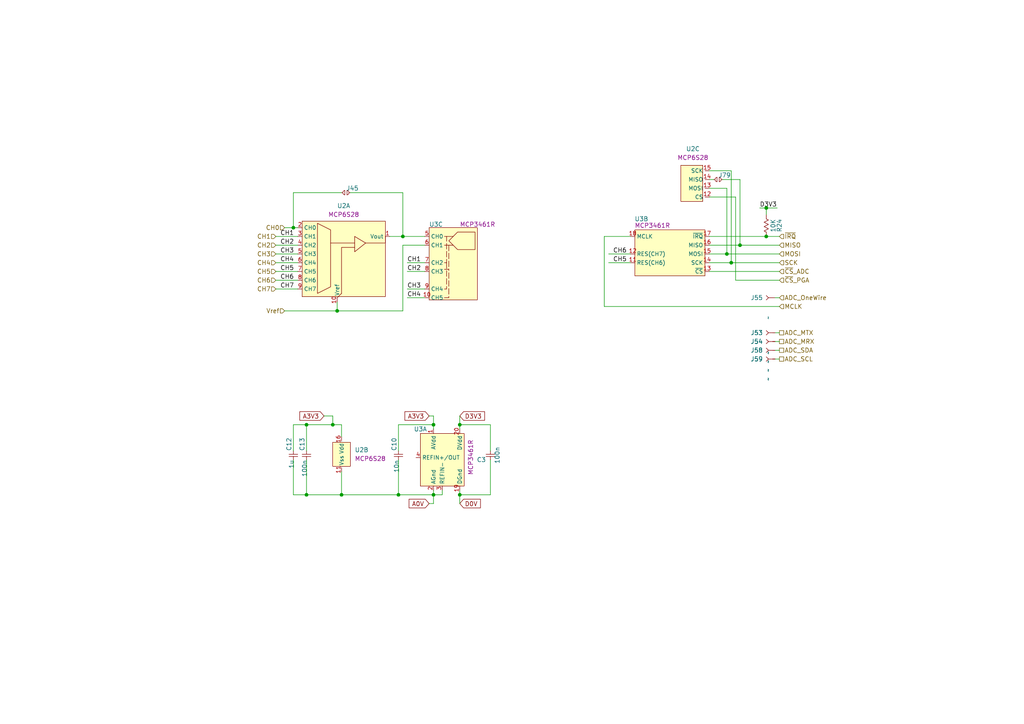
<source format=kicad_sch>
(kicad_sch (version 20231120) (generator "eeschema") (generator_version "8.0")
  (paper "A4")
  (lib_symbols
    (symbol "AADuffy:0603_Jumper_NO" (in_bom no)
      (property "Reference" "J" (at -1.27 0.9525 0))
      (symbol "0603_Jumper_NO_0_1"
        (arc (start -0.3175 0.635) (mid -0.8884 0) (end -0.3175 -0.635))
        (polyline (pts (xy -0.3175 -0.635) (xy -0.3175 0.635)))
        (polyline (pts (xy 0.3175 0.635) (xy 0.3175 -0.635)))
        (arc (start 0.3175 -0.635) (mid 0.8884 0) (end 0.3175 0.635))
      )
      (symbol "0603_Jumper_NO_1_1"
        (pin passive line (at -1.27 0 0) (length 0.3175) (name "1") (number "1"))
        (pin passive line (at 1.27 0 180) (length 0.3175) (name "2") (number "2"))
      )
    )
    (symbol "AADuffy:Cap_SMD"
      (property "Reference" "C" (at 0.635 0.9525 0))
      (symbol "Cap_SMD_1_1"
        (polyline (pts (xy -0.3175 1.27) (xy -0.3175 -1.27)))
        (polyline (pts (xy 0.3175 1.27) (xy 0.3175 -1.27)))
        (pin passive line (at -1.27 0 0) (length 0.9525) (name "1") (number "1"))
        (pin passive line (at 1.27 0 180) (length 0.9525) (name "2") (number "2"))
      )
    )
    (symbol "AADuffy:Header_Pin_01x01" (pin_names (offset 1.27))
      (property "Reference" "J" (at 0.635 2.54 0))
      (symbol "Header_Pin_01x01_0_1"
        (polyline (pts (xy 0 1.905) (xy 0.635 2.54)))
        (polyline (pts (xy 0 0.635) (xy 0 1.905) (xy -0.635 2.54)))
      )
      (symbol "Header_Pin_01x01_1_1"
        (pin passive line (at 0 0 90) (length 0.635) (name "1") (number "1"))
      )
    )
    (symbol "AADuffy:MCP3461R_Brkout"
      (property "Reference" "U" (at 6.985 5.715 0))
      (property "Manufacturer Part #" "MCP3461R" (at 6.985 3.81 0))
      (symbol "MCP3461R_Brkout_1_1"
        (rectangle (start -6.35 6.35) (end 6.35 -8.89) (fill (type background)))
        (pin passive line (at -2.54 7.62 270) (length 1.27) (name "AVdd") (number "1"))
        (pin passive line (at 5.08 -10.16 90) (length 1.27) (name "DGnd") (number "19"))
        (pin passive line (at -2.54 -10.16 90) (length 1.27) (name "AGnd") (number "2"))
        (pin passive line (at 5.08 7.62 270) (length 1.27) (name "DVdd") (number "20"))
        (pin passive line (at 0 -10.16 90) (length 1.27) (name "REFIN-") (number "3"))
        (pin passive line (at -7.62 -0.635 0) (length 1.27) (name "REFIN+/OUT") (number "4"))
      )
      (symbol "MCP3461R_Brkout_2_1"
        (rectangle (start -11.43 1.905) (end 8.89 -11.43) (fill (type background)))
        (pin passive line (at -12.7 -7.62 0) (length 1.27) (name "RES(CH6)") (number "11"))
        (pin passive line (at -12.7 -5.08 0) (length 1.27) (name "RES(CH7)") (number "12"))
        (pin passive line (at 10.16 -10.16 180) (length 1.27) (name "~{CS}") (number "13"))
        (pin passive line (at 10.16 -7.62 180) (length 1.27) (name "SCK") (number "14"))
        (pin passive line (at 10.16 -5.08 180) (length 1.27) (name "MOSI") (number "15"))
        (pin passive line (at 10.16 -2.54 180) (length 1.27) (name "MISO") (number "16"))
        (pin passive line (at 10.16 0 180) (length 1.27) (name "~{IRQ}") (number "17"))
        (pin passive line (at -12.7 0 0) (length 1.27) (name "MCLK") (number "18"))
      )
      (symbol "MCP3461R_Brkout_3_1"
        (rectangle (start -1.27 2.54) (end 12.7 -18.415) (fill (type background)))
        (polyline (pts (xy 3.175 -2.54) (xy 5.715 -2.54)))
        (polyline (pts (xy 3.175 0) (xy 5.715 0)))
        (polyline (pts (xy 3.175 -17.78) (xy 4.445 -17.78) (xy 4.445 -9.525)) (stroke (width 0) (type dash)))
        (polyline (pts (xy 3.175 -7.62) (xy 3.81 -7.62) (xy 3.81 0)) (stroke (width 0) (type dash)))
        (polyline (pts (xy 3.81 -7.62) (xy 3.81 -15.24) (xy 3.175 -15.24)) (stroke (width 0) (type dash)))
        (polyline (pts (xy 4.445 -2.54) (xy 4.445 -9.525) (xy 3.175 -9.525)) (stroke (width 0) (type dash)))
        (polyline (pts (xy 4.445 -1.27) (xy 6.985 1.27) (xy 12.065 1.27) (xy 12.065 -3.81) (xy 6.985 -3.81) (xy 4.445 -1.27)))
        (pin passive line (at -2.54 -17.78 0) (length 1.27) (name "CH5") (number "10"))
        (pin passive line (at -2.54 0 0) (length 1.27) (name "CH0") (number "5"))
        (pin passive line (at -2.54 -2.54 0) (length 1.27) (name "CH1") (number "6"))
        (pin passive line (at -2.54 -7.62 0) (length 1.27) (name "CH2") (number "7"))
        (pin passive line (at -2.54 -10.16 0) (length 1.27) (name "CH3") (number "8"))
        (pin passive line (at -2.54 -15.24 0) (length 1.27) (name "CH4") (number "9"))
      )
    )
    (symbol "AADuffy:MCP6S28-I/SL"
      (property "Reference" "U" (at -4.445 2.2225 0))
      (property "Manufacturer Part #" "MCP6S28" (at 1.5875 2.2225 0))
      (symbol "MCP6S28-I/SL_1_1"
        (rectangle (start -5.08 1.905) (end 19.05 -20.0025) (fill (type background)))
        (polyline (pts (xy 3.175 -4.445) (xy 10.16 -4.445)))
        (polyline (pts (xy 5.08 -20.32) (xy 6.35 -19.05)))
        (polyline (pts (xy 13.335 -4.445) (xy 19.05 -4.445) (xy 19.05 -2.54)))
        (polyline (pts (xy 10.16 -5.715) (xy 6.35 -5.715) (xy 6.35 -8.255) (xy 6.35 -19.05)))
        (polyline (pts (xy 10.16 -2.54) (xy 10.16 -6.985) (xy 13.335 -4.445) (xy 10.16 -2.54)))
        (polyline (pts (xy -0.635 1.27) (xy -0.635 -19.05) (xy 3.175 -17.145) (xy 3.175 -0.635) (xy -0.635 1.27)))
        (pin passive line (at 20.32 -2.54 180) (length 1.27) (name "Vout") (number "1"))
        (pin passive line (at 5.08 -21.59 90) (length 1.27) (name "Vref") (number "10"))
        (pin passive line (at -6.35 0 0) (length 1.27) (name "CH0") (number "2"))
        (pin passive line (at -6.35 -2.54 0) (length 1.27) (name "CH1") (number "3"))
        (pin passive line (at -6.35 -5.08 0) (length 1.27) (name "CH2") (number "4"))
        (pin passive line (at -6.35 -7.62 0) (length 1.27) (name "CH3") (number "5"))
        (pin passive line (at -6.35 -10.16 0) (length 1.27) (name "CH4") (number "6"))
        (pin passive line (at -6.35 -12.7 0) (length 1.27) (name "CH5") (number "7"))
        (pin passive line (at -6.35 -15.24 0) (length 1.27) (name "CH6") (number "8"))
        (pin passive line (at -6.35 -17.78 0) (length 1.27) (name "CH7") (number "9"))
      )
      (symbol "MCP6S28-I/SL_2_1"
        (rectangle (start -2.54 1.905) (end 2.54 -5.08) (fill (type background)))
        (pin passive line (at 0 -6.6675 90) (length 1.27) (name "Vss") (number "11"))
        (pin passive line (at 0 3.4925 270) (length 1.27) (name "Vdd") (number "16"))
      )
      (symbol "MCP6S28-I/SL_3_1"
        (rectangle (start -4.445 1.5875) (end 1.905 -8.89) (fill (type background)))
        (pin passive line (at -6.35 -7.62 0) (length 1.27) (name "CS") (number "12"))
        (pin passive line (at -6.35 -5.08 0) (length 1.27) (name "MOSI") (number "13"))
        (pin passive line (at -6.35 -2.54 0) (length 1.27) (name "MISO") (number "14"))
        (pin passive line (at -6.35 0 0) (length 1.27) (name "SCK") (number "15"))
      )
    )
    (symbol "AADuffy:Resistor"
      (property "Reference" "R" (at -2.54 0.9525 0))
      (symbol "Resistor_0_1"
        (polyline (pts (xy -2.54 0) (xy -2.2225 0.635) (xy -1.5875 -0.635) (xy -0.9525 0.635) (xy -0.3175 -0.635) (xy 0.3175 0.635) (xy 0.9525 -0.635) (xy 1.27 0) (xy 1.27 0)))
      )
      (symbol "Resistor_1_1"
        (pin passive line (at -3.81 0 0) (length 1.27) (name "1") (number "1"))
        (pin passive line (at 2.54 0 180) (length 1.27) (name "2") (number "2"))
      )
    )
  )
  (junction (at 88.9 143.51))
  (junction (at 97.79 90.17))
  (junction (at 116.84 68.58))
  (junction (at 222.25 60.325))
  (junction (at 85.09 66.04))
  (junction (at 125.73 143.51))
  (junction (at 115.57 143.51))
  (junction (at 125.73 123.19))
  (junction (at 222.25 68.58))
  (junction (at 133.35 123.19))
  (junction (at 88.9 123.19))
  (junction (at 133.35 143.51))
  (junction (at 99.06 143.51))
  (junction (at 212.09 76.2))
  (junction (at 210.82 73.66))
  (junction (at 214.63 71.12))
  (junction (at 96.52 123.19))
  (wire (pts (xy 115.57 133.35) (xy 115.57 143.51)))
  (wire (pts (xy 124.46 120.65) (xy 125.73 120.65)))
  (wire (pts (xy 220.345 60.325) (xy 222.25 60.325)))
  (wire (pts (xy 88.9 133.35) (xy 88.9 143.51)))
  (wire (pts (xy 133.35 143.51) (xy 142.24 143.51)))
  (wire (pts (xy 142.24 130.81) (xy 142.24 123.19)))
  (wire (pts (xy 116.84 90.17) (xy 97.79 90.17)))
  (wire (pts (xy 128.27 142.24) (xy 128.27 143.51)))
  (wire (pts (xy 212.09 49.53) (xy 212.09 76.2)))
  (wire (pts (xy 85.09 130.81) (xy 85.09 123.19)))
  (wire (pts (xy 205.74 52.07) (xy 207.01 52.07)))
  (wire (pts (xy 85.09 133.35) (xy 85.09 143.51)))
  (wire (pts (xy 97.79 87.63) (xy 97.79 90.17)))
  (wire (pts (xy 205.74 71.12) (xy 214.63 71.12)))
  (wire (pts (xy 210.82 54.61) (xy 205.74 54.61)))
  (wire (pts (xy 224.79 86.36) (xy 226.06 86.36)))
  (wire (pts (xy 125.73 143.51) (xy 125.73 146.05)))
  (wire (pts (xy 118.11 76.2) (xy 123.19 76.2)))
  (wire (pts (xy 80.01 71.12) (xy 86.36 71.12)))
  (wire (pts (xy 209.55 52.07) (xy 214.63 52.07)))
  (wire (pts (xy 82.55 66.04) (xy 85.09 66.04)))
  (wire (pts (xy 88.9 143.51) (xy 99.06 143.51)))
  (wire (pts (xy 125.73 120.65) (xy 125.73 123.19)))
  (wire (pts (xy 176.53 73.66) (xy 182.88 73.66)))
  (wire (pts (xy 210.82 73.66) (xy 226.06 73.66)))
  (wire (pts (xy 142.24 123.19) (xy 133.35 123.19)))
  (wire (pts (xy 99.06 55.88) (xy 85.09 55.88)))
  (wire (pts (xy 133.35 142.24) (xy 133.35 143.51)))
  (wire (pts (xy 123.19 71.12) (xy 116.84 71.12)))
  (wire (pts (xy 80.01 68.58) (xy 86.36 68.58)))
  (wire (pts (xy 133.35 123.19) (xy 133.35 124.46)))
  (wire (pts (xy 205.74 49.53) (xy 212.09 49.53)))
  (wire (pts (xy 99.06 123.19) (xy 99.06 126.6825)))
  (wire (pts (xy 85.09 66.04) (xy 86.36 66.04)))
  (wire (pts (xy 99.06 143.51) (xy 115.57 143.51)))
  (wire (pts (xy 118.11 86.36) (xy 123.19 86.36)))
  (wire (pts (xy 213.36 81.28) (xy 226.06 81.28)))
  (wire (pts (xy 212.09 76.2) (xy 226.06 76.2)))
  (wire (pts (xy 226.06 96.52) (xy 224.79 96.52)))
  (wire (pts (xy 213.36 57.15) (xy 213.36 81.28)))
  (wire (pts (xy 113.03 68.58) (xy 116.84 68.58)))
  (wire (pts (xy 210.82 73.66) (xy 210.82 54.61)))
  (wire (pts (xy 226.06 104.14) (xy 224.79 104.14)))
  (wire (pts (xy 175.26 88.9) (xy 226.06 88.9)))
  (wire (pts (xy 182.88 68.58) (xy 175.26 68.58)))
  (wire (pts (xy 85.09 55.88) (xy 85.09 66.04)))
  (wire (pts (xy 212.09 76.2) (xy 205.74 76.2)))
  (wire (pts (xy 128.27 143.51) (xy 125.73 143.51)))
  (wire (pts (xy 214.63 71.12) (xy 226.06 71.12)))
  (wire (pts (xy 205.74 78.74) (xy 226.06 78.74)))
  (wire (pts (xy 115.57 130.81) (xy 115.57 123.19)))
  (wire (pts (xy 80.01 78.74) (xy 86.36 78.74)))
  (wire (pts (xy 226.06 68.58) (xy 222.25 68.58)))
  (wire (pts (xy 88.9 123.19) (xy 96.52 123.19)))
  (wire (pts (xy 80.01 81.28) (xy 86.36 81.28)))
  (wire (pts (xy 88.9 130.81) (xy 88.9 123.19)))
  (wire (pts (xy 205.74 57.15) (xy 213.36 57.15)))
  (wire (pts (xy 99.06 136.8425) (xy 99.06 143.51)))
  (wire (pts (xy 205.74 73.66) (xy 210.82 73.66)))
  (wire (pts (xy 214.63 52.07) (xy 214.63 71.12)))
  (wire (pts (xy 222.25 60.325) (xy 222.25 62.23)))
  (wire (pts (xy 115.57 143.51) (xy 125.73 143.51)))
  (wire (pts (xy 85.09 143.51) (xy 88.9 143.51)))
  (wire (pts (xy 125.73 123.19) (xy 125.73 124.46)))
  (wire (pts (xy 115.57 123.19) (xy 125.73 123.19)))
  (wire (pts (xy 93.98 120.65) (xy 96.52 120.65)))
  (wire (pts (xy 80.01 76.2) (xy 86.36 76.2)))
  (wire (pts (xy 116.84 71.12) (xy 116.84 90.17)))
  (wire (pts (xy 116.84 68.58) (xy 123.19 68.58)))
  (wire (pts (xy 80.01 83.82) (xy 86.36 83.82)))
  (wire (pts (xy 101.6 55.88) (xy 116.84 55.88)))
  (wire (pts (xy 226.06 99.06) (xy 224.79 99.06)))
  (wire (pts (xy 118.11 78.74) (xy 123.19 78.74)))
  (wire (pts (xy 96.52 123.19) (xy 99.06 123.19)))
  (wire (pts (xy 133.35 120.65) (xy 133.35 123.19)))
  (wire (pts (xy 176.53 76.2) (xy 182.88 76.2)))
  (wire (pts (xy 116.84 55.88) (xy 116.84 68.58)))
  (wire (pts (xy 97.79 90.17) (xy 82.55 90.17)))
  (wire (pts (xy 226.06 101.6) (xy 224.79 101.6)))
  (wire (pts (xy 118.11 83.82) (xy 123.19 83.82)))
  (wire (pts (xy 85.09 123.19) (xy 88.9 123.19)))
  (wire (pts (xy 205.74 68.58) (xy 222.25 68.58)))
  (wire (pts (xy 133.35 143.51) (xy 133.35 146.05)))
  (wire (pts (xy 175.26 68.58) (xy 175.26 88.9)))
  (wire (pts (xy 80.01 73.66) (xy 86.36 73.66)))
  (wire (pts (xy 125.73 143.51) (xy 125.73 142.24)))
  (wire (pts (xy 124.46 146.05) (xy 125.73 146.05)))
  (wire (pts (xy 96.52 120.65) (xy 96.52 123.19)))
  (wire (pts (xy 222.25 60.325) (xy 225.425 60.325)))
  (wire (pts (xy 142.24 143.51) (xy 142.24 133.35)))
  (label "CH4" (at 81.28 76.2 0))
  (label "CH4" (at 118.11 86.36 0))
  (label "CH7" (at 81.28 83.82 0))
  (label "CH3" (at 81.28 73.66 0))
  (label "CH1" (at 81.28 68.58 0))
  (label "CH3" (at 118.11 83.82 0))
  (label "D3V3" (at 220.345 60.325 0))
  (label "CH2" (at 81.28 71.12 0))
  (label "CH5" (at 177.8 76.2 0))
  (label "CH6" (at 81.28 81.28 0))
  (label "CH1" (at 118.11 76.2 0))
  (label "CH2" (at 118.11 78.74 0))
  (label "CH5" (at 81.28 78.74 0))
  (label "CH6" (at 177.8 73.66 0))
  (global_label "D0V" (shape input) (at 133.35 146.05 0) (property "Intersheetrefs" "${INTERSHEET_REFS}" (effects (hide yes))))
  (global_label "A3V3" (shape input) (at 93.98 120.65 180) (property "Intersheetrefs" "${INTERSHEET_REFS}" (effects (hide yes))))
  (global_label "D3V3" (shape input) (at 133.35 120.65 0) (property "Intersheetrefs" "${INTERSHEET_REFS}" (effects (hide yes))))
  (global_label "A3V3" (shape input) (at 124.46 120.65 180) (property "Intersheetrefs" "${INTERSHEET_REFS}" (effects (hide yes))))
  (global_label "A0V" (shape input) (at 124.46 146.05 180) (property "Intersheetrefs" "${INTERSHEET_REFS}" (effects (hide yes))))
  (hierarchical_label "ADC_MRX" (shape passive) (at 226.06 99.06 0))
  (hierarchical_label "ADC_OneWire" (shape input) (at 226.06 86.36 0))
  (hierarchical_label "MOSI" (shape input) (at 226.06 73.66 0))
  (hierarchical_label "CH6" (shape input) (at 80.01 81.28 180))
  (hierarchical_label "Vref" (shape input) (at 82.55 90.17 180))
  (hierarchical_label "ADC_MTX" (shape passive) (at 226.06 96.52 0))
  (hierarchical_label "~{CS}_PGA" (shape input) (at 226.06 81.28 0))
  (hierarchical_label "CH2" (shape input) (at 80.01 71.12 180))
  (hierarchical_label "CH3" (shape input) (at 80.01 73.66 180))
  (hierarchical_label "~{IRQ}" (shape input) (at 226.06 68.58 0))
  (hierarchical_label "CH4" (shape input) (at 80.01 76.2 180))
  (hierarchical_label "SCK" (shape input) (at 226.06 76.2 0))
  (hierarchical_label "CH1" (shape input) (at 80.01 68.58 180))
  (hierarchical_label "CH5" (shape input) (at 80.01 78.74 180))
  (hierarchical_label "CH0" (shape input) (at 82.55 66.04 180))
  (hierarchical_label "MISO" (shape input) (at 226.06 71.12 0))
  (hierarchical_label "MCLK" (shape input) (at 226.06 88.9 0))
  (hierarchical_label "ADC_SDA" (shape passive) (at 226.06 101.6 0))
  (hierarchical_label "CH7" (shape input) (at 80.01 83.82 180))
  (hierarchical_label "ADC_SCL" (shape passive) (at 226.06 104.14 0))
  (hierarchical_label "~{CS}_ADC" (shape input) (at 226.06 78.74 0))
  (symbol (lib_id "AADuffy:Resistor") (at 222.25 66.04 270) (unit 1)
    (property "Reference" "R24" (at 226.06 65.405 0))
    (property "Value" "10K" (at 223.52 63.5 0) (effects (justify left bottom)))
    (property "Footprint" "AADuffy:Resistor_0603" (effects (hide yes)))
    (property "Supplier 1" "Digikey" (effects (hide yes)))
  )
  (symbol (lib_id "AADuffy:0603_Jumper_NO") (at 208.28 52.07 0) (unit 1) (in_bom no)
    (property "Reference" "J79" (at 210.185 50.8 0))
    (property "Value" "NO" (effects (hide yes)))
    (property "Footprint" "AADuffy:Jumper_0603_NO" (effects (hide yes)))
    (property "Description" "0603 footprint shorted by default" (effects (hide yes)))
    (property "Manufacturer Part #" "N/A" (effects (hide yes)))
  )
  (symbol (lib_id "AADuffy:MCP3461R_Brkout") (at 195.58 68.58 0) (unit 2)
    (property "Reference" "U3" (at 186.055 63.5 0))
    (property "Footprint" "AADuffy:20_Pin_Breakout_0p6_Wd" (effects (hide yes)))
    (property "Datasheet" "https://ww1.microchip.com/downloads/en/DeviceDoc/MCP3461-2-4R-Family-Data-Sheet-DS20006404C.pdf" (effects (hide yes)))
    (property "Description" "16 bit ADC up to 1Msps SPI" (effects (hide yes)))
    (property "Manufacturer Part #" "MCP3461R" (at 189.23 65.405 0))
    (property "Manufacturer" "Microchip" (effects (hide yes)))
    (property "Supplier 1" "Digikey" (effects (hide yes)))
    (property "Supplier 1 Part #" "150-MCP3461R-E/ST-ND" (effects (hide yes)))
    (property "Supplier 1 Link" "https://www.digikey.com/en/products/detail/microchip-technology/MCP3461R-E-ST/12807400" (effects (hide yes)))
  )
  (symbol (lib_id "AADuffy:Header_Pin_01x01") (at 224.79 101.6 90) (unit 1)
    (property "Reference" "J58" (at 221.2975 101.6 90) (effects (justify left)))
    (property "Value" "~" (at 223.52 107.95 0) (effects (justify left bottom)))
    (property "Footprint" "AADuffy:Header_Pin_01x01" (effects (hide yes)))
    (property "Supplier 1" "Digikey" (effects (hide yes)))
  )
  (symbol (lib_id "AADuffy:MCP6S28-I/SL") (at 199.39 49.53 0) (mirror y) (unit 3)
    (property "Reference" "U2" (at 200.9775 43.18 0))
    (property "Footprint" "AADuffy:SOIC-16" (effects (hide yes)))
    (property "Datasheet" "https://ww1.microchip.com/downloads/aemDocuments/documents/MSLD/ProductDocuments/DataSheets/21117B.pdf" (effects (hide yes)))
    (property "Description" "8 Channel PGA" (effects (hide yes)))
    (property "Manufacturer Part #" "MCP6S28" (at 200.9775 45.72 0))
    (property "Manufacturer" "Microchip" (effects (hide yes)))
    (property "Supplier 1" "Digikey" (effects (hide yes)))
    (property "Supplier 1 Part #" "MCP6S28-I/P-ND" (effects (hide yes)))
    (property "Supplier 1 Link" "https://www.digikey.com/en/products/detail/microchip-technology/mcp6s28-i-p/562467" (effects (hide yes)))
  )
  (symbol (lib_id "AADuffy:Cap_SMD") (at 115.57 132.08 270) (unit 1)
    (property "Reference" "C10" (at 114.3 130.81 0) (effects (justify right)))
    (property "Value" "10n" (at 114.3 133.35 0) (effects (justify left bottom)))
    (property "Footprint" "AADuffy:Cap_SMD_0603" (effects (hide yes)))
  )
  (symbol (lib_id "AADuffy:MCP6S28-I/SL") (at 99.06 130.175 0) (unit 2)
    (property "Reference" "U2" (at 102.87 130.4925 0) (effects (justify left)))
    (property "Footprint" "AADuffy:SOIC-16" (effects (hide yes)))
    (property "Datasheet" "https://ww1.microchip.com/downloads/aemDocuments/documents/MSLD/ProductDocuments/DataSheets/21117B.pdf" (effects (hide yes)))
    (property "Description" "8 Channel PGA" (effects (hide yes)))
    (property "Manufacturer Part #" "MCP6S28" (at 102.87 133.0325 0) (effects (justify left)))
    (property "Manufacturer" "Microchip" (effects (hide yes)))
    (property "Supplier 1" "Digikey" (effects (hide yes)))
    (property "Supplier 1 Part #" "MCP6S28-I/P-ND" (effects (hide yes)))
    (property "Supplier 1 Link" "https://www.digikey.com/en/products/detail/microchip-technology/mcp6s28-i-p/562467" (effects (hide yes)))
  )
  (symbol (lib_id "AADuffy:Header_Pin_01x01") (at 224.79 99.06 90) (unit 1)
    (property "Reference" "J54" (at 221.2975 99.06 90) (effects (justify left)))
    (property "Value" "~" (at 223.52 105.41 0) (effects (justify left bottom)))
    (property "Footprint" "AADuffy:Header_Pin_01x01" (effects (hide yes)))
    (property "Supplier 1" "Digikey" (effects (hide yes)))
  )
  (symbol (lib_id "AADuffy:Cap_SMD") (at 85.09 132.08 270) (unit 1)
    (property "Reference" "C12" (at 83.82 130.81 0) (effects (justify right)))
    (property "Value" "1u" (at 83.82 133.35 0) (effects (justify left bottom)))
    (property "Footprint" "AADuffy:Cap_SMD_1206" (effects (hide yes)))
  )
  (symbol (lib_id "AADuffy:MCP3461R_Brkout") (at 128.27 132.08 0) (unit 1)
    (property "Reference" "U3" (at 120.015 124.46 0) (effects (justify left)))
    (property "Footprint" "AADuffy:20_Pin_Breakout_0p6_Wd" (effects (hide yes)))
    (property "Datasheet" "https://ww1.microchip.com/downloads/en/DeviceDoc/MCP3461-2-4R-Family-Data-Sheet-DS20006404C.pdf" (effects (hide yes)))
    (property "Description" "16 bit ADC up to 1Msps SPI" (effects (hide yes)))
    (property "Manufacturer Part #" "MCP3461R" (at 136.525 137.795 90) (effects (justify left)))
    (property "Manufacturer" "Microchip" (effects (hide yes)))
    (property "Supplier 1" "Digikey" (effects (hide yes)))
    (property "Supplier 1 Part #" "150-MCP3461R-E/ST-ND" (effects (hide yes)))
    (property "Supplier 1 Link" "https://www.digikey.com/en/products/detail/microchip-technology/MCP3461R-E-ST/12807400" (effects (hide yes)))
  )
  (symbol (lib_id "AADuffy:Header_Pin_01x01") (at 224.79 86.36 90) (unit 1)
    (property "Reference" "J55" (at 221.2975 86.36 90) (effects (justify left)))
    (property "Value" "~" (at 223.52 92.71 0) (effects (justify left bottom)))
    (property "Footprint" "AADuffy:Header_Pin_01x01" (effects (hide yes)))
    (property "Supplier 1" "Digikey" (effects (hide yes)))
  )
  (symbol (lib_id "AADuffy:Cap_SMD") (at 88.9 132.08 270) (unit 1)
    (property "Reference" "C13" (at 87.63 130.81 0) (effects (justify right)))
    (property "Value" "100n" (at 87.63 133.35 0) (effects (justify left bottom)))
    (property "Footprint" "AADuffy:Cap_SMD_0603" (effects (hide yes)))
  )
  (symbol (lib_id "AADuffy:MCP3461R_Brkout") (at 125.73 68.58 0) (unit 3)
    (property "Reference" "U3" (at 124.46 65.0875 0) (effects (justify left)))
    (property "Footprint" "AADuffy:20_Pin_Breakout_0p6_Wd" (effects (hide yes)))
    (property "Datasheet" "https://ww1.microchip.com/downloads/en/DeviceDoc/MCP3461-2-4R-Family-Data-Sheet-DS20006404C.pdf" (effects (hide yes)))
    (property "Description" "16 bit ADC up to 1Msps SPI" (effects (hide yes)))
    (property "Manufacturer Part #" "MCP3461R" (at 133.35 65.0875 0) (effects (justify left)))
    (property "Manufacturer" "Microchip" (effects (hide yes)))
    (property "Supplier 1" "Digikey" (effects (hide yes)))
    (property "Supplier 1 Part #" "150-MCP3461R-E/ST-ND" (effects (hide yes)))
    (property "Supplier 1 Link" "https://www.digikey.com/en/products/detail/microchip-technology/MCP3461R-E-ST/12807400" (effects (hide yes)))
  )
  (symbol (lib_id "AADuffy:Header_Pin_01x01") (at 224.79 96.52 90) (unit 1)
    (property "Reference" "J53" (at 221.2975 96.52 90) (effects (justify left)))
    (property "Value" "~" (at 223.52 102.87 0) (effects (justify left bottom)))
    (property "Footprint" "AADuffy:Header_Pin_01x01" (effects (hide yes)))
    (property "Supplier 1" "Digikey" (effects (hide yes)))
  )
  (symbol (lib_id "AADuffy:Cap_SMD") (at 142.24 132.08 270) (unit 1)
    (property "Reference" "C3" (at 140.97 133.35 90) (effects (justify right)))
    (property "Value" "100n" (at 143.51 129.54 0) (effects (justify left bottom)))
    (property "Footprint" "AADuffy:Cap_SMD_0603" (effects (hide yes)))
  )
  (symbol (lib_id "AADuffy:0603_Jumper_NO") (at 100.33 55.88 0) (unit 1) (in_bom no)
    (property "Reference" "J45" (at 102.235 54.61 0))
    (property "Value" "NO" (effects (hide yes)))
    (property "Footprint" "AADuffy:Jumper_0603_NO" (effects (hide yes)))
    (property "Description" "0603 footprint shorted by default" (effects (hide yes)))
    (property "Manufacturer Part #" "N/A" (effects (hide yes)))
  )
  (symbol (lib_id "AADuffy:Header_Pin_01x01") (at 224.79 104.14 90) (unit 1)
    (property "Reference" "J59" (at 221.2975 104.14 90) (effects (justify left)))
    (property "Value" "~" (at 223.52 110.49 0) (effects (justify left bottom)))
    (property "Footprint" "AADuffy:Header_Pin_01x01" (effects (hide yes)))
    (property "Supplier 1" "Digikey" (effects (hide yes)))
  )
  (symbol (lib_id "AADuffy:MCP6S28-I/SL") (at 92.71 66.04 0) (unit 1)
    (property "Reference" "U2" (at 99.695 59.69 0))
    (property "Footprint" "AADuffy:SOIC-16" (effects (hide yes)))
    (property "Datasheet" "https://ww1.microchip.com/downloads/aemDocuments/documents/MSLD/ProductDocuments/DataSheets/21117B.pdf" (effects (hide yes)))
    (property "Description" "8 Channel PGA" (effects (hide yes)))
    (property "Manufacturer Part #" "MCP6S28" (at 99.695 62.23 0))
    (property "Manufacturer" "Microchip" (effects (hide yes)))
    (property "Supplier 1" "Digikey" (effects (hide yes)))
    (property "Supplier 1 Part #" "MCP6S28-I/P-ND" (effects (hide yes)))
    (property "Supplier 1 Link" "https://www.digikey.com/en/products/detail/microchip-technology/mcp6s28-i-p/562467" (effects (hide yes)))
  )
)
</source>
